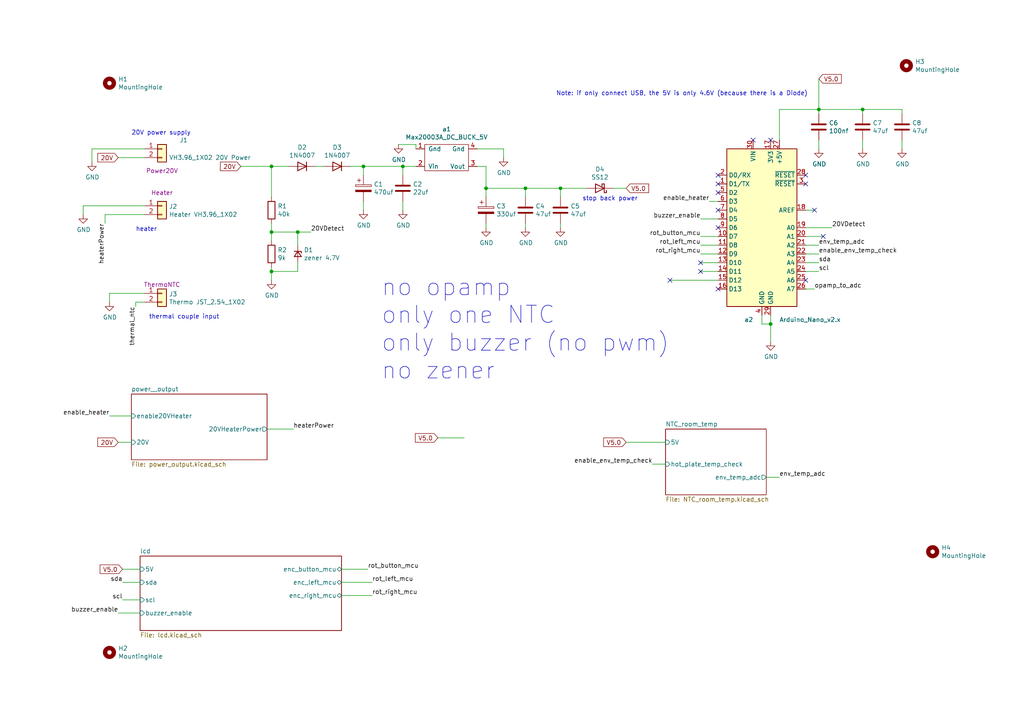
<source format=kicad_sch>
(kicad_sch (version 20211123) (generator eeschema)
  (paper "A4")
  (lib_symbols
    (symbol "Connector_Generic:Conn_01x02" (pin_names (offset 1.016) hide)
      (property "Reference" "J" (at 0 2.54 0))
      (property "Value" "Conn_01x02" (at 0 -5.08 0))
      (symbol "Conn_01x02_1_1"
        (rectangle (start -1.27 -2.413) (end 0 -2.667) (stroke (width 0.1524)))
        (rectangle (start -1.27 0.127) (end 0 -0.127) (stroke (width 0.1524)))
        (rectangle (start -1.27 1.27) (end 1.27 -3.81) (stroke (width 0.254)) (fill (type background)))
        (pin passive line (at -5.08 0 0) (length 3.81) (name "Pin_1") (number "1"))
        (pin passive line (at -5.08 -2.54 0) (length 3.81) (name "Pin_2") (number "2"))
      )
    )
    (symbol "Device:C" (pin_numbers hide) (pin_names (offset 0.254))
      (property "Reference" "C" (at 0.635 2.54 0))
      (property "Value" "C" (at 0.635 -2.54 0))
      (symbol "C_0_1"
        (polyline (pts (xy -2.032 -0.762) (xy 2.032 -0.762)) (stroke (width 0.508)))
        (polyline (pts (xy -2.032 0.762) (xy 2.032 0.762)) (stroke (width 0.508)))
      )
      (symbol "C_1_1"
        (pin passive line (at 0 3.81 270) (length 2.794) (name "~") (number "1"))
        (pin passive line (at 0 -3.81 90) (length 2.794) (name "~") (number "2"))
      )
    )
    (symbol "Device:D_Schottky" (pin_numbers hide) (pin_names (offset 1.016) hide)
      (property "Reference" "D" (at 0 2.54 0))
      (property "Value" "D_Schottky" (at 0 -2.54 0))
      (symbol "D_Schottky_0_1"
        (polyline (pts (xy 1.27 0) (xy -1.27 0)))
        (polyline (pts (xy 1.27 1.27) (xy 1.27 -1.27) (xy -1.27 0) (xy 1.27 1.27)) (stroke (width 0.254)))
        (polyline (pts (xy -1.905 0.635) (xy -1.905 1.27) (xy -1.27 1.27) (xy -1.27 -1.27) (xy -0.635 -1.27) (xy -0.635 -0.635)) (stroke (width 0.254)))
      )
      (symbol "D_Schottky_1_1"
        (pin passive line (at -3.81 0 0) (length 2.54) (name "K") (number "1"))
        (pin passive line (at 3.81 0 180) (length 2.54) (name "A") (number "2"))
      )
    )
    (symbol "Device:D_Zener_Small" (pin_numbers hide) (pin_names (offset 0.254) hide)
      (property "Reference" "D" (at 0 2.286 0))
      (property "Value" "D_Zener_Small" (at 0 -2.286 0))
      (symbol "D_Zener_Small_0_1"
        (polyline (pts (xy 0.762 0) (xy -0.762 0)))
        (polyline (pts (xy -0.254 1.016) (xy -0.762 1.016) (xy -0.762 -1.016)) (stroke (width 0.254)))
        (polyline (pts (xy 0.762 1.016) (xy -0.762 0) (xy 0.762 -1.016) (xy 0.762 1.016)) (stroke (width 0.254)))
      )
      (symbol "D_Zener_Small_1_1"
        (pin passive line (at -2.54 0 0) (length 1.778) (name "K") (number "1"))
        (pin passive line (at 2.54 0 180) (length 1.778) (name "A") (number "2"))
      )
    )
    (symbol "Device:R" (pin_numbers hide) (pin_names (offset 0))
      (property "Reference" "R" (at 2.032 0 90))
      (property "Value" "R" (at 0 0 90))
      (symbol "R_0_1"
        (rectangle (start -1.016 -2.54) (end 1.016 2.54) (stroke (width 0.254)))
      )
      (symbol "R_1_1"
        (pin passive line (at 0 3.81 270) (length 1.27) (name "~") (number "1"))
        (pin passive line (at 0 -3.81 90) (length 1.27) (name "~") (number "2"))
      )
    )
    (symbol "Diode:1N4007" (pin_numbers hide) (pin_names (offset 1.016) hide)
      (property "Reference" "D" (at 0 2.54 0))
      (property "Value" "1N4007" (at 0 -2.54 0))
      (symbol "1N4007_0_1"
        (polyline (pts (xy -1.27 1.27) (xy -1.27 -1.27)) (stroke (width 0.254)))
        (polyline (pts (xy 1.27 0) (xy -1.27 0)))
        (polyline (pts (xy 1.27 1.27) (xy 1.27 -1.27) (xy -1.27 0) (xy 1.27 1.27)) (stroke (width 0.254)))
      )
      (symbol "1N4007_1_1"
        (pin passive line (at -3.81 0 0) (length 2.54) (name "K") (number "1"))
        (pin passive line (at 3.81 0 180) (length 2.54) (name "A") (number "2"))
      )
    )
    (symbol "MCU_Module:Arduino_Nano_v3.x"
      (property "Reference" "A" (at -10.16 23.495 0))
      (property "Value" "Arduino_Nano_v3.x" (at 5.08 -24.13 0))
      (symbol "Arduino_Nano_v3.x_0_1"
        (rectangle (start -10.16 22.86) (end 10.16 -22.86) (stroke (width 0.254)) (fill (type background)))
      )
      (symbol "Arduino_Nano_v3.x_1_1"
        (pin bidirectional line (at -12.7 12.7 0) (length 2.54) (name "D1/TX") (number "1"))
        (pin bidirectional line (at -12.7 -2.54 0) (length 2.54) (name "D7") (number "10"))
        (pin bidirectional line (at -12.7 -5.08 0) (length 2.54) (name "D8") (number "11"))
        (pin bidirectional line (at -12.7 -7.62 0) (length 2.54) (name "D9") (number "12"))
        (pin bidirectional line (at -12.7 -10.16 0) (length 2.54) (name "D10") (number "13"))
        (pin bidirectional line (at -12.7 -12.7 0) (length 2.54) (name "D11") (number "14"))
        (pin bidirectional line (at -12.7 -15.24 0) (length 2.54) (name "D12") (number "15"))
        (pin bidirectional line (at -12.7 -17.78 0) (length 2.54) (name "D13") (number "16"))
        (pin power_out line (at 2.54 25.4 270) (length 2.54) (name "3V3") (number "17"))
        (pin input line (at 12.7 5.08 180) (length 2.54) (name "AREF") (number "18"))
        (pin bidirectional line (at 12.7 0 180) (length 2.54) (name "A0") (number "19"))
        (pin bidirectional line (at -12.7 15.24 0) (length 2.54) (name "D0/RX") (number "2"))
        (pin bidirectional line (at 12.7 -2.54 180) (length 2.54) (name "A1") (number "20"))
        (pin bidirectional line (at 12.7 -5.08 180) (length 2.54) (name "A2") (number "21"))
        (pin bidirectional line (at 12.7 -7.62 180) (length 2.54) (name "A3") (number "22"))
        (pin bidirectional line (at 12.7 -10.16 180) (length 2.54) (name "A4") (number "23"))
        (pin bidirectional line (at 12.7 -12.7 180) (length 2.54) (name "A5") (number "24"))
        (pin bidirectional line (at 12.7 -15.24 180) (length 2.54) (name "A6") (number "25"))
        (pin bidirectional line (at 12.7 -17.78 180) (length 2.54) (name "A7") (number "26"))
        (pin power_out line (at 5.08 25.4 270) (length 2.54) (name "+5V") (number "27"))
        (pin input line (at 12.7 15.24 180) (length 2.54) (name "~{RESET}") (number "28"))
        (pin power_in line (at 2.54 -25.4 90) (length 2.54) (name "GND") (number "29"))
        (pin input line (at 12.7 12.7 180) (length 2.54) (name "~{RESET}") (number "3"))
        (pin power_in line (at -2.54 25.4 270) (length 2.54) (name "VIN") (number "30"))
        (pin power_in line (at 0 -25.4 90) (length 2.54) (name "GND") (number "4"))
        (pin bidirectional line (at -12.7 10.16 0) (length 2.54) (name "D2") (number "5"))
        (pin bidirectional line (at -12.7 7.62 0) (length 2.54) (name "D3") (number "6"))
        (pin bidirectional line (at -12.7 5.08 0) (length 2.54) (name "D4") (number "7"))
        (pin bidirectional line (at -12.7 2.54 0) (length 2.54) (name "D5") (number "8"))
        (pin bidirectional line (at -12.7 0 0) (length 2.54) (name "D6") (number "9"))
      )
    )
    (symbol "Mechanical:MountingHole" (pin_names (offset 1.016))
      (property "Reference" "H" (at 0 5.08 0))
      (property "Value" "MountingHole" (at 0 3.175 0))
      (symbol "MountingHole_0_1"
        (circle (center 0 0) (radius 1.27) (stroke (width 1.27)))
      )
    )
    (symbol "mySymbolLibrary:Max20003A_DC_buck_36V_To_5V" (pin_names (offset 1.016))
      (property "Reference" "a" (at 3.81 8.89 0))
      (property "Value" "Max20003A_DC_buck_36V_To_5V" (at 0 12.7 0))
      (symbol "Max20003A_DC_buck_36V_To_5V_0_1"
        (rectangle (start -6.35 3.81) (end 6.35 -3.81))
      )
      (symbol "Max20003A_DC_buck_36V_To_5V_1_1"
        (pin input line (at -8.89 2.54 0) (length 2.54) (name "Gnd") (number "1"))
        (pin input line (at -8.89 -2.54 0) (length 2.54) (name "Vin") (number "2"))
        (pin output line (at 8.89 -2.54 180) (length 2.54) (name "Vout") (number "3"))
        (pin output line (at 8.89 2.54 180) (length 2.54) (name "Gnd") (number "4"))
      )
    )
    (symbol "pid_smt_oven-rescue:CP-Device" (pin_numbers hide) (pin_names (offset 0.254))
      (property "Reference" "C" (at 0.635 2.54 0))
      (property "Value" "CP-Device" (at 0.635 -2.54 0))
      (symbol "CP-Device_0_1"
        (rectangle (start -2.286 0.508) (end 2.286 1.016))
        (polyline (pts (xy -1.778 2.286) (xy -0.762 2.286)))
        (polyline (pts (xy -1.27 2.794) (xy -1.27 1.778)))
        (rectangle (start 2.286 -0.508) (end -2.286 -1.016) (fill (type outline)))
      )
      (symbol "CP-Device_1_1"
        (pin passive line (at 0 3.81 270) (length 2.794) (name "~") (number "1"))
        (pin passive line (at 0 -3.81 90) (length 2.794) (name "~") (number "2"))
      )
    )
    (symbol "power:GND" (power) (pin_names (offset 0))
      (property "Value" "GND" (at 0 -3.81 0))
      (symbol "GND_0_1"
        (polyline (pts (xy 0 0) (xy 0 -1.27) (xy 1.27 -1.27) (xy 0 -2.54) (xy -1.27 -1.27) (xy 0 -1.27)))
      )
      (symbol "GND_1_1"
        (pin power_in line (at 0 0 270) (length 0) hide (name "GND") (number "1"))
      )
    )
  )
  (junction (at 250.19 31.75))
  (junction (at 78.74 67.31))
  (junction (at 116.84 48.26))
  (junction (at 78.74 78.74))
  (junction (at 86.36 67.31))
  (junction (at 105.41 48.26))
  (junction (at 78.74 48.26))
  (junction (at 152.4 54.61))
  (junction (at 237.49 31.75))
  (junction (at 140.97 54.61))
  (junction (at 223.52 93.98))
  (junction (at 162.56 54.61))
  (no_connect (at 218.44 40.64))
  (no_connect (at 233.68 53.34))
  (no_connect (at 208.28 83.82))
  (no_connect (at 208.28 53.34))
  (no_connect (at 208.28 55.88))
  (no_connect (at 233.68 81.28))
  (no_connect (at 238.76 68.58))
  (no_connect (at 203.2 76.2))
  (no_connect (at 208.28 60.96))
  (no_connect (at 203.2 78.74))
  (no_connect (at 208.28 66.04))
  (no_connect (at 208.28 50.8))
  (no_connect (at 233.68 50.8))
  (no_connect (at 194.31 81.28))
  (no_connect (at 223.52 40.64))
  (no_connect (at 236.22 60.96))
  (wire (pts (xy 237.49 22.86) (xy 237.49 31.75)))
  (wire (pts (xy 91.44 48.26) (xy 93.98 48.26)))
  (wire (pts (xy 120.65 41.91) (xy 120.65 43.18)))
  (wire (pts (xy 233.68 76.2) (xy 237.49 76.2)))
  (wire (pts (xy 220.98 91.44) (xy 220.98 93.98)))
  (wire (pts (xy 162.56 54.61) (xy 170.18 54.61)))
  (wire (pts (xy 86.36 76.2) (xy 86.36 78.74)))
  (wire (pts (xy 162.56 57.15) (xy 162.56 54.61)))
  (wire (pts (xy 223.52 93.98) (xy 223.52 99.06)))
  (wire (pts (xy 241.3 66.04) (xy 233.68 66.04)))
  (wire (pts (xy 181.61 128.27) (xy 193.04 128.27)))
  (wire (pts (xy 34.29 45.72) (xy 41.91 45.72)))
  (wire (pts (xy 162.56 66.04) (xy 162.56 64.77)))
  (wire (pts (xy 152.4 66.04) (xy 152.4 64.77)))
  (wire (pts (xy 24.13 62.23) (xy 24.13 59.69)))
  (wire (pts (xy 106.68 165.1) (xy 99.06 165.1)))
  (wire (pts (xy 236.22 83.82) (xy 233.68 83.82)))
  (wire (pts (xy 237.49 78.74) (xy 233.68 78.74)))
  (wire (pts (xy 226.06 31.75) (xy 226.06 40.64)))
  (wire (pts (xy 140.97 54.61) (xy 140.97 48.26)))
  (wire (pts (xy 39.37 88.9) (xy 39.37 87.63)))
  (wire (pts (xy 250.19 31.75) (xy 261.62 31.75)))
  (wire (pts (xy 115.57 41.91) (xy 120.65 41.91)))
  (wire (pts (xy 30.48 64.77) (xy 30.48 62.23)))
  (wire (pts (xy 203.2 76.2) (xy 208.28 76.2)))
  (wire (pts (xy 203.2 68.58) (xy 208.28 68.58)))
  (wire (pts (xy 78.74 64.77) (xy 78.74 67.31)))
  (wire (pts (xy 223.52 91.44) (xy 223.52 93.98)))
  (wire (pts (xy 31.75 120.65) (xy 38.1 120.65)))
  (wire (pts (xy 205.74 58.42) (xy 208.28 58.42)))
  (wire (pts (xy 35.56 173.99) (xy 40.64 173.99)))
  (wire (pts (xy 261.62 31.75) (xy 261.62 33.02)))
  (wire (pts (xy 26.67 46.99) (xy 26.67 43.18)))
  (wire (pts (xy 127 127) (xy 134.62 127)))
  (wire (pts (xy 116.84 60.96) (xy 116.84 58.42)))
  (wire (pts (xy 78.74 57.15) (xy 78.74 48.26)))
  (wire (pts (xy 105.41 50.8) (xy 105.41 48.26)))
  (wire (pts (xy 78.74 48.26) (xy 83.82 48.26)))
  (wire (pts (xy 140.97 57.15) (xy 140.97 54.61)))
  (wire (pts (xy 31.75 87.63) (xy 31.75 85.09)))
  (wire (pts (xy 208.28 78.74) (xy 203.2 78.74)))
  (wire (pts (xy 152.4 54.61) (xy 162.56 54.61)))
  (wire (pts (xy 35.56 165.1) (xy 40.64 165.1)))
  (wire (pts (xy 236.22 60.96) (xy 233.68 60.96)))
  (wire (pts (xy 39.37 87.63) (xy 41.91 87.63)))
  (wire (pts (xy 26.67 43.18) (xy 41.91 43.18)))
  (wire (pts (xy 78.74 67.31) (xy 78.74 69.85)))
  (wire (pts (xy 238.76 68.58) (xy 233.68 68.58)))
  (wire (pts (xy 34.29 177.8) (xy 40.64 177.8)))
  (wire (pts (xy 105.41 48.26) (xy 116.84 48.26)))
  (wire (pts (xy 237.49 43.18) (xy 237.49 40.64)))
  (wire (pts (xy 35.56 168.91) (xy 40.64 168.91)))
  (wire (pts (xy 237.49 31.75) (xy 226.06 31.75)))
  (wire (pts (xy 140.97 48.26) (xy 138.43 48.26)))
  (wire (pts (xy 99.06 172.72) (xy 107.95 172.72)))
  (wire (pts (xy 237.49 71.12) (xy 233.68 71.12)))
  (wire (pts (xy 177.8 54.61) (xy 181.61 54.61)))
  (wire (pts (xy 86.36 67.31) (xy 78.74 67.31)))
  (wire (pts (xy 194.31 81.28) (xy 208.28 81.28)))
  (wire (pts (xy 237.49 33.02) (xy 237.49 31.75)))
  (wire (pts (xy 90.17 67.31) (xy 86.36 67.31)))
  (wire (pts (xy 220.98 93.98) (xy 223.52 93.98)))
  (wire (pts (xy 146.05 43.18) (xy 138.43 43.18)))
  (wire (pts (xy 30.48 62.23) (xy 41.91 62.23)))
  (wire (pts (xy 101.6 48.26) (xy 105.41 48.26)))
  (wire (pts (xy 237.49 31.75) (xy 250.19 31.75)))
  (wire (pts (xy 140.97 54.61) (xy 152.4 54.61)))
  (wire (pts (xy 116.84 48.26) (xy 120.65 48.26)))
  (wire (pts (xy 24.13 59.69) (xy 41.91 59.69)))
  (wire (pts (xy 116.84 50.8) (xy 116.84 48.26)))
  (wire (pts (xy 208.28 73.66) (xy 203.2 73.66)))
  (wire (pts (xy 105.41 60.96) (xy 105.41 58.42)))
  (wire (pts (xy 85.09 124.46) (xy 77.47 124.46)))
  (wire (pts (xy 237.49 73.66) (xy 233.68 73.66)))
  (wire (pts (xy 69.85 48.26) (xy 78.74 48.26)))
  (wire (pts (xy 78.74 81.28) (xy 78.74 78.74)))
  (wire (pts (xy 250.19 33.02) (xy 250.19 31.75)))
  (wire (pts (xy 31.75 85.09) (xy 41.91 85.09)))
  (wire (pts (xy 86.36 71.12) (xy 86.36 67.31)))
  (wire (pts (xy 250.19 40.64) (xy 250.19 43.18)))
  (wire (pts (xy 140.97 66.04) (xy 140.97 64.77)))
  (wire (pts (xy 107.95 168.91) (xy 99.06 168.91)))
  (wire (pts (xy 146.05 45.72) (xy 146.05 43.18)))
  (wire (pts (xy 203.2 63.5) (xy 208.28 63.5)))
  (wire (pts (xy 34.29 128.27) (xy 38.1 128.27)))
  (wire (pts (xy 78.74 78.74) (xy 78.74 77.47)))
  (wire (pts (xy 226.06 138.43) (xy 222.25 138.43)))
  (wire (pts (xy 189.23 134.62) (xy 193.04 134.62)))
  (wire (pts (xy 152.4 57.15) (xy 152.4 54.61)))
  (wire (pts (xy 261.62 43.18) (xy 261.62 40.64)))
  (wire (pts (xy 86.36 78.74) (xy 78.74 78.74)))
  (wire (pts (xy 208.28 71.12) (xy 203.2 71.12)))
  (text "heater" (at 39.37 67.31 0) (effects (font (size 1.27 1.27)) (justify left bottom)))
  (text "stop back power" (at 168.91 58.42 0) (effects (font (size 1.27 1.27)) (justify left bottom)))
  (text "20V power supply" (at 38.1 39.37 0) (effects (font (size 1.27 1.27)) (justify left bottom)))
  (text "thermal couple input" (at 43.18 92.71 0) (effects (font (size 1.27 1.27)) (justify left bottom)))
  (text "Note: if only connect USB, the 5V is only 4.6V (because there is a Diode)" (at 161.29 27.94 0) (effects (font (size 1.27 1.27)) (justify left bottom)))
  (text "no opamp\nonly one NTC\nonly buzzer (no pwm)\nno zener" (at 110.49 110.49 0) (effects (font (size 5 5)) (justify left bottom)))
  (label "rot_button_mcu" (at 203.2 68.58 180))
  (label "20VDetect" (at 90.17 67.31 0))
  (label "enable_heater" (at 205.74 58.42 180))
  (label "rot_button_mcu" (at 106.68 165.1 0))
  (label "rot_right_mcu" (at 107.95 172.72 0))
  (label "rot_left_mcu" (at 107.95 168.91 0))
  (label "scl" (at 35.56 173.99 180))
  (label "20VDetect" (at 241.3 66.04 0))
  (label "rot_left_mcu" (at 203.2 71.12 180))
  (label "opamp_to_adc" (at 236.22 83.82 0))
  (label "env_temp_adc" (at 226.06 138.43 0))
  (label "buzzer_enable" (at 203.2 63.5 180))
  (label "sda" (at 237.49 76.2 0))
  (label "enable_env_temp_check" (at 189.23 134.62 180))
  (label "enable_heater" (at 31.75 120.65 180))
  (label "buzzer_enable" (at 34.29 177.8 180))
  (label "env_temp_adc" (at 237.49 71.12 0))
  (label "heaterPower" (at 30.48 64.77 270))
  (label "heaterPower" (at 85.09 124.46 0))
  (label "rot_right_mcu" (at 203.2 73.66 180))
  (label "sda" (at 35.56 168.91 180))
  (label "thermal_ntc" (at 39.37 88.9 270))
  (label "scl" (at 237.49 78.74 0))
  (label "enable_env_temp_check" (at 237.49 73.66 0))
  (global_label "V5.0" (shape input) (at 237.49 22.86 0) (property "Intersheet References" "${INTERSHEET_REFS}" (effects hide)))
  (global_label "20V" (shape input) (at 34.29 128.27 180) (property "Intersheet References" "${INTERSHEET_REFS}" (effects hide)))
  (global_label "20V" (shape input) (at 34.29 45.72 180) (property "Intersheet References" "${INTERSHEET_REFS}" (effects hide)))
  (global_label "V5.0" (shape input) (at 181.61 128.27 180) (property "Intersheet References" "${INTERSHEET_REFS}" (effects hide)))
  (global_label "V5.0" (shape input) (at 35.56 165.1 180) (property "Intersheet References" "${INTERSHEET_REFS}" (effects hide)))
  (global_label "V5.0" (shape input) (at 127 127 180) (property "Intersheet References" "${INTERSHEET_REFS}" (effects hide)))
  (global_label "V5.0" (shape input) (at 181.61 54.61 0) (property "Intersheet References" "${INTERSHEET_REFS}" (effects hide)))
  (global_label "20V" (shape input) (at 69.85 48.26 180) (property "Intersheet References" "${INTERSHEET_REFS}" (effects hide)))
  (symbol (lib_id "Connector_Generic:Conn_01x02") (at 46.99 43.18 0) (unit 1)
    (property "Reference" "J1" (at 52.07 40.64 0) (effects (justify left)))
    (property "Value" "VH3.96_1X02 20V Power" (at 49.022 45.6946 0) (effects (justify left)))
    (property "Footprint" "myFootPrintLibs:JST_VH_B2P-VH-B_1x02_P3.96mm_Vertical" (effects hide))
    (property "Field4" "Power20V" (at 46.99 49.53 0))
  )
  (symbol (lib_id "MCU_Module:Arduino_Nano_v3.x") (at 220.98 66.04 0) (unit 1)
    (property "Reference" "a2" (at 217.17 92.71 0))
    (property "Value" "Arduino_Nano_v2.x" (at 234.95 92.71 0))
    (property "Footprint" "myFootPrintLibs:Arduino_Nano_order" (effects hide))
    (property "Datasheet" "https://www.arduino.cc/en/uploads/Main/ArduinoNanoManual23.pdf" (effects hide))
  )
  (symbol (lib_id "Diode:1N4007") (at 87.63 48.26 180) (unit 1)
    (property "Reference" "D2" (at 87.63 42.7482 0))
    (property "Value" "1N4007" (at 87.63 45.0596 0))
    (property "Footprint" "myFootPrintLibs:D_SMA_Handsoldering" (effects hide))
    (property "Datasheet" "http://www.vishay.com/docs/88503/1n4001.pdf" (effects hide))
  )
  (symbol (lib_id "Connector_Generic:Conn_01x02") (at 46.99 59.69 0) (unit 1)
    (property "Reference" "J2" (at 49.022 59.8932 0) (effects (justify left)))
    (property "Value" "Heater VH3.96_1X02" (at 49.022 62.2046 0) (effects (justify left)))
    (property "Footprint" "myFootPrintLibs:JST_VH_B2P-VH-B_1x02_P3.96mm_Vertical" (effects hide))
    (property "Field4" "Heater" (at 46.99 55.88 0))
  )
  (symbol (lib_id "power:GND") (at 26.67 46.99 0) (unit 1)
    (property "Reference" "#PWR02" (effects hide))
    (property "Value" "GND" (at 26.797 51.3842 0))
  )
  (symbol (lib_id "power:GND") (at 24.13 62.23 0) (unit 1)
    (property "Reference" "#PWR01" (effects hide))
    (property "Value" "GND" (at 24.257 66.6242 0))
  )
  (symbol (lib_id "mySymbolLibrary:Max20003A_DC_buck_36V_To_5V") (at 129.54 45.72 0) (unit 1)
    (property "Reference" "a1" (at 129.54 37.465 0))
    (property "Value" "Max20003A_DC_BUCK_5V" (at 129.54 39.7764 0))
    (property "Footprint" "myFootPrintLibs:MAX20003A_dc_buck_module" (effects hide))
  )
  (symbol (lib_id "power:GND") (at 115.57 41.91 0) (unit 1)
    (property "Reference" "#PWR06" (effects hide))
    (property "Value" "GND" (at 115.697 46.3042 0))
  )
  (symbol (lib_id "pid_smt_oven-rescue:CP-Device") (at 105.41 54.61 0) (unit 1)
    (property "Reference" "C1" (at 108.4072 53.4416 0) (effects (justify left)))
    (property "Value" "470uf" (at 108.4072 55.753 0) (effects (justify left)))
    (property "Footprint" "myFootPrintLibs:CP_Radial_D8.0mm_P3.80mm" (effects hide))
  )
  (symbol (lib_id "power:GND") (at 116.84 60.96 0) (unit 1)
    (property "Reference" "#PWR07" (effects hide))
    (property "Value" "GND" (at 116.967 65.3542 0))
  )
  (symbol (lib_id "power:GND") (at 223.52 99.06 0) (unit 1)
    (property "Reference" "#PWR012" (effects hide))
    (property "Value" "GND" (at 223.647 103.4542 0))
  )
  (symbol (lib_id "Connector_Generic:Conn_01x02") (at 46.99 85.09 0) (unit 1)
    (property "Reference" "J3" (at 49.022 85.2932 0) (effects (justify left)))
    (property "Value" "Thermo JST_2.54_1X02" (at 49.022 87.6046 0) (effects (justify left)))
    (property "Footprint" "myFootPrintLibs:Molex_KK-254_AE-6410-02A_1x02_P2.54mm_Vertical" (effects hide))
    (property "Field4" "ThermoNTC" (at 46.99 82.55 0))
  )
  (symbol (lib_id "power:GND") (at 31.75 87.63 0) (unit 1)
    (property "Reference" "#PWR03" (effects hide))
    (property "Value" "GND" (at 31.877 92.0242 0))
  )
  (symbol (lib_id "Device:C") (at 237.49 36.83 0) (unit 1)
    (property "Reference" "C6" (at 240.411 35.6616 0) (effects (justify left)))
    (property "Value" "100nf" (at 240.411 37.973 0) (effects (justify left)))
    (property "Footprint" "myFootPrintLibs:R_C_0805_2012Metric_Pad1.20x1.50mm_HandSolder" (effects hide))
  )
  (symbol (lib_id "power:GND") (at 146.05 45.72 0) (unit 1)
    (property "Reference" "#PWR09" (effects hide))
    (property "Value" "GND" (at 146.177 50.1142 0))
  )
  (symbol (lib_id "pid_smt_oven-rescue:CP-Device") (at 140.97 60.96 0) (unit 1)
    (property "Reference" "C3" (at 143.9672 59.7916 0) (effects (justify left)))
    (property "Value" "330uf" (at 143.9672 62.103 0) (effects (justify left)))
    (property "Footprint" "myFootPrintLibs:CP_EIA-7343-20_Kemet-V_Pad2.25x2.55mm_HandSolder" (effects hide))
  )
  (symbol (lib_id "power:GND") (at 140.97 66.04 0) (unit 1)
    (property "Reference" "#PWR08" (effects hide))
    (property "Value" "GND" (at 141.097 70.4342 0))
  )
  (symbol (lib_id "Device:C") (at 116.84 54.61 0) (unit 1)
    (property "Reference" "C2" (at 119.761 53.4416 0) (effects (justify left)))
    (property "Value" "22uf" (at 119.761 55.753 0) (effects (justify left)))
    (property "Footprint" "Capacitor_SMD:C_1206_3216Metric_Pad1.33x1.80mm_HandSolder" (effects hide))
  )
  (symbol (lib_id "power:GND") (at 105.41 60.96 0) (unit 1)
    (property "Reference" "#PWR05" (effects hide))
    (property "Value" "GND" (at 105.537 65.3542 0))
  )
  (symbol (lib_id "Device:C") (at 162.56 60.96 0) (unit 1)
    (property "Reference" "C5" (at 165.481 59.7916 0) (effects (justify left)))
    (property "Value" "47uf" (at 165.481 62.103 0) (effects (justify left)))
    (property "Footprint" "myFootPrintLibs:R_C_0805_2012Metric_Pad1.20x1.50mm_HandSolder" (effects hide))
  )
  (symbol (lib_id "Device:C") (at 152.4 60.96 0) (unit 1)
    (property "Reference" "C4" (at 155.321 59.7916 0) (effects (justify left)))
    (property "Value" "47uf" (at 155.321 62.103 0) (effects (justify left)))
    (property "Footprint" "myFootPrintLibs:R_C_0805_2012Metric_Pad1.20x1.50mm_HandSolder" (effects hide))
  )
  (symbol (lib_id "power:GND") (at 152.4 66.04 0) (unit 1)
    (property "Reference" "#PWR010" (effects hide))
    (property "Value" "GND" (at 152.527 70.4342 0))
  )
  (symbol (lib_id "power:GND") (at 162.56 66.04 0) (unit 1)
    (property "Reference" "#PWR011" (effects hide))
    (property "Value" "GND" (at 162.687 70.4342 0))
  )
  (symbol (lib_id "Device:C") (at 261.62 36.83 0) (unit 1)
    (property "Reference" "C8" (at 264.541 35.6616 0) (effects (justify left)))
    (property "Value" "47uf" (at 264.541 37.973 0) (effects (justify left)))
    (property "Footprint" "myFootPrintLibs:R_C_0805_2012Metric_Pad1.20x1.50mm_HandSolder" (effects hide))
  )
  (symbol (lib_id "power:GND") (at 261.62 43.18 0) (unit 1)
    (property "Reference" "#PWR015" (effects hide))
    (property "Value" "GND" (at 261.747 47.5742 0))
  )
  (symbol (lib_id "Device:C") (at 250.19 36.83 0) (unit 1)
    (property "Reference" "C7" (at 253.111 35.6616 0) (effects (justify left)))
    (property "Value" "47uf" (at 253.111 37.973 0) (effects (justify left)))
    (property "Footprint" "myFootPrintLibs:R_C_0805_2012Metric_Pad1.20x1.50mm_HandSolder" (effects hide))
  )
  (symbol (lib_id "power:GND") (at 250.19 43.18 0) (unit 1)
    (property "Reference" "#PWR014" (effects hide))
    (property "Value" "GND" (at 250.317 47.5742 0))
  )
  (symbol (lib_id "power:GND") (at 237.49 43.18 0) (unit 1)
    (property "Reference" "#PWR013" (effects hide))
    (property "Value" "GND" (at 237.617 47.5742 0))
  )
  (symbol (lib_id "Mechanical:MountingHole") (at 31.75 24.13 0) (unit 1)
    (property "Reference" "H1" (at 34.29 22.9616 0) (effects (justify left)))
    (property "Value" "MountingHole" (at 34.29 25.273 0) (effects (justify left)))
    (property "Footprint" "myFootPrintLibs:MountingHole_2.0mm" (effects hide))
  )
  (symbol (lib_id "Mechanical:MountingHole") (at 31.75 189.23 0) (unit 1)
    (property "Reference" "H2" (at 34.29 188.0616 0) (effects (justify left)))
    (property "Value" "MountingHole" (at 34.29 190.373 0) (effects (justify left)))
    (property "Footprint" "myFootPrintLibs:MountingHole_2.0mm" (effects hide))
  )
  (symbol (lib_id "Mechanical:MountingHole") (at 270.51 160.02 0) (unit 1)
    (property "Reference" "H4" (at 273.05 158.8516 0) (effects (justify left)))
    (property "Value" "MountingHole" (at 273.05 161.163 0) (effects (justify left)))
    (property "Footprint" "myFootPrintLibs:MountingHole_2.0mm" (effects hide))
  )
  (symbol (lib_id "Mechanical:MountingHole") (at 262.89 19.05 0) (unit 1)
    (property "Reference" "H3" (at 265.43 17.8816 0) (effects (justify left)))
    (property "Value" "MountingHole" (at 265.43 20.193 0) (effects (justify left)))
    (property "Footprint" "myFootPrintLibs:MountingHole_2.0mm" (effects hide))
  )
  (symbol (lib_id "Device:D_Schottky") (at 173.99 54.61 180) (unit 1)
    (property "Reference" "D4" (at 173.99 49.0982 0))
    (property "Value" "SS12" (at 173.99 51.4096 0))
    (property "Footprint" "myFootPrintLibs:D_SMA_Handsoldering" (effects hide))
  )
  (symbol (lib_id "Diode:1N4007") (at 97.79 48.26 180) (unit 1)
    (property "Reference" "D3" (at 97.79 42.7482 0))
    (property "Value" "1N4007" (at 97.79 45.0596 0))
    (property "Footprint" "myFootPrintLibs:D_SMA_Handsoldering" (effects hide))
    (property "Datasheet" "http://www.vishay.com/docs/88503/1n4001.pdf" (effects hide))
  )
  (symbol (lib_id "Device:R") (at 78.74 73.66 0) (unit 1)
    (property "Reference" "R2" (at 80.518 72.4916 0) (effects (justify left)))
    (property "Value" "9k" (at 80.518 74.803 0) (effects (justify left)))
    (property "Footprint" "myFootPrintLibs:R_C_0805_2012Metric_Pad1.20x1.50mm_HandSolder" (effects hide))
  )
  (symbol (lib_id "Device:R") (at 78.74 60.96 0) (unit 1)
    (property "Reference" "R1" (at 80.518 59.7916 0) (effects (justify left)))
    (property "Value" "40k" (at 80.518 62.103 0) (effects (justify left)))
    (property "Footprint" "myFootPrintLibs:R_C_0805_2012Metric_Pad1.20x1.50mm_HandSolder" (effects hide))
  )
  (symbol (lib_id "Device:D_Zener_Small") (at 86.36 73.66 270) (unit 1)
    (property "Reference" "D1" (at 88.138 72.4916 90) (effects (justify left)))
    (property "Value" "zener 4.7V" (at 88.138 74.803 90) (effects (justify left)))
    (property "Footprint" "myFootPrintLibs:D_MiniMELF_Handsoldering_Zener" (effects hide))
    (property "note" "keep 5V lowest for Pmosfet gate" (effects hide))
  )
  (symbol (lib_id "power:GND") (at 78.74 81.28 0) (unit 1)
    (property "Reference" "#PWR04" (effects hide))
    (property "Value" "GND" (at 78.867 85.6742 0))
  )
  (sheet (at 38.1 114.3) (size 39.37 19.05)
    (property "Sheet name" "power__output" (at 38.1 113.5884 0) (effects (justify left bottom)))
    (property "Sheet file" "power_output.kicad_sch" (at 38.1 133.9346 0) (effects (justify left top)))
    (pin "enable20VHeater" input (at 38.1 120.65 180))
    (pin "20VHeaterPower" output (at 77.47 124.46 0))
    (pin "20V" input (at 38.1 128.27 180))
  )
  (sheet (at 193.04 124.46) (size 29.21 19.05)
    (property "Sheet name" "NTC_room_temp" (at 193.04 123.7484 0) (effects (justify left bottom)))
    (property "Sheet file" "NTC_room_temp.kicad_sch" (at 193.04 144.0946 0) (effects (justify left top)))
    (pin "env_temp_adc" output (at 222.25 138.43 0))
    (pin "hot_plate_temp_check" input (at 193.04 134.62 180))
    (pin "5V" input (at 193.04 128.27 180))
  )
  (sheet (at 40.64 161.29) (size 58.42 21.59)
    (property "Sheet name" "lcd" (at 40.64 160.5784 0) (effects (justify left bottom)))
    (property "Sheet file" "lcd.kicad_sch" (at 40.64 183.4646 0) (effects (justify left top)))
    (pin "sda" input (at 40.64 168.91 180))
    (pin "scl" input (at 40.64 173.99 180))
    (pin "5V" input (at 40.64 165.1 180))
    (pin "enc_button_mcu" bidirectional (at 99.06 165.1 0))
    (pin "enc_left_mcu" bidirectional (at 99.06 168.91 0))
    (pin "enc_right_mcu" bidirectional (at 99.06 172.72 0))
    (pin "buzzer_enable" input (at 40.64 177.8 180))
  )
)
</source>
